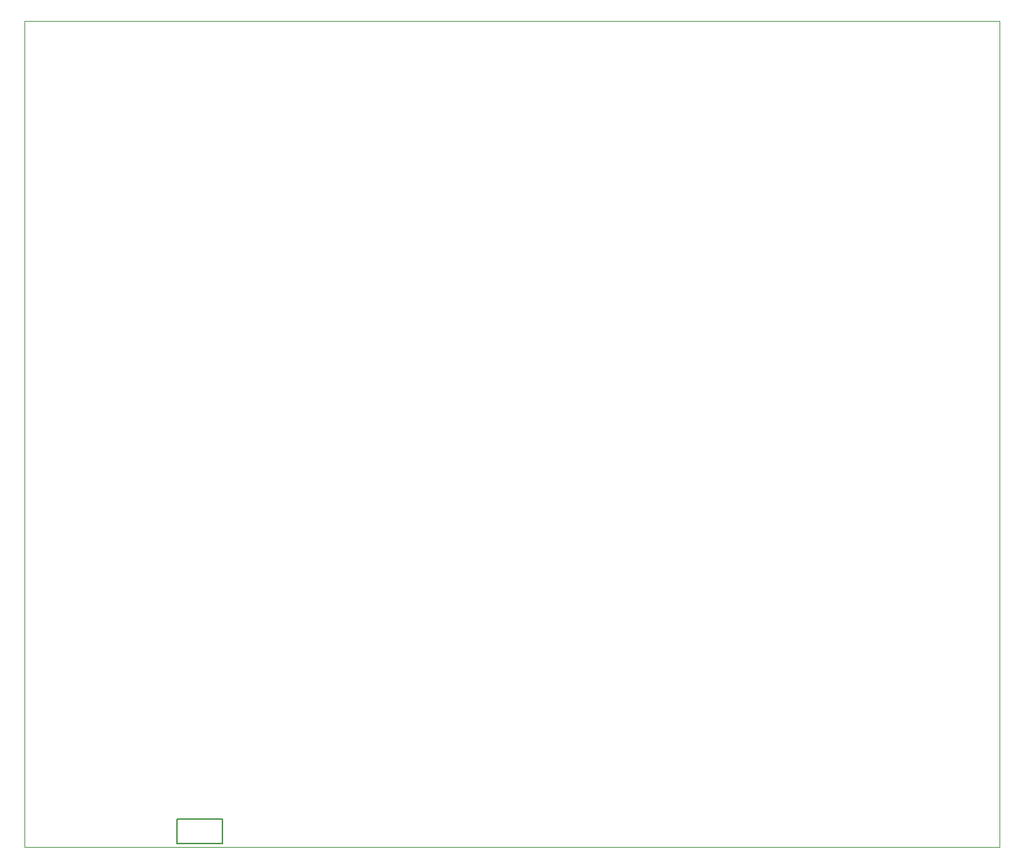
<source format=gbr>
%TF.GenerationSoftware,KiCad,Pcbnew,5.1.9+dfsg1-1*%
%TF.CreationDate,2022-05-12T15:35:58+02:00*%
%TF.ProjectId,kria-k26-devboard,6b726961-2d6b-4323-962d-646576626f61,rev?*%
%TF.SameCoordinates,Original*%
%TF.FileFunction,Other,ECO2*%
%FSLAX46Y46*%
G04 Gerber Fmt 4.6, Leading zero omitted, Abs format (unit mm)*
G04 Created by KiCad (PCBNEW 5.1.9+dfsg1-1) date 2022-05-12 15:35:58 commit cb2eeb5*
%MOMM*%
%LPD*%
G01*
G04 APERTURE LIST*
%TA.AperFunction,Profile*%
%ADD10C,0.100000*%
%TD*%
%ADD11C,0.127000*%
G04 APERTURE END LIST*
D10*
X74000000Y-152000000D02*
X74000000Y-52000000D01*
X74000000Y-52000000D02*
X192000000Y-52000000D01*
X192000000Y-52000000D02*
X192000000Y-152000000D01*
X192000000Y-152000000D02*
X74000000Y-152000000D01*
D11*
%TO.C,S1*%
X92450000Y-151600000D02*
X97950000Y-151600000D01*
X97950000Y-148600000D02*
X92450000Y-148600000D01*
X92450000Y-148600000D02*
X92450000Y-151600000D01*
X97950000Y-151600000D02*
X97950000Y-148600000D01*
%TD*%
M02*

</source>
